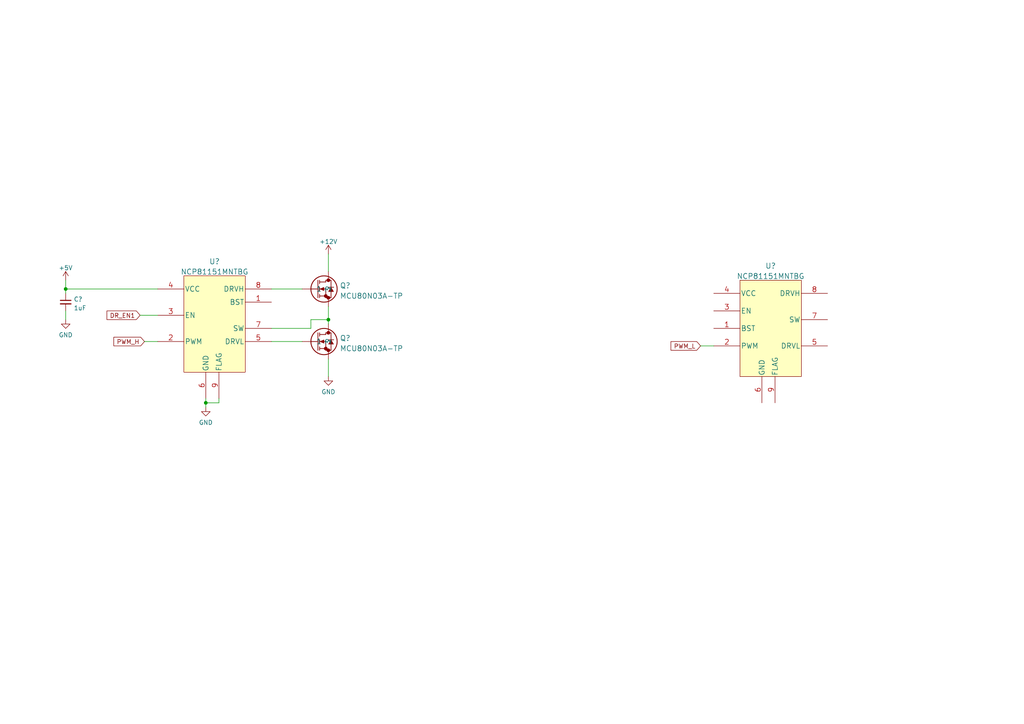
<source format=kicad_sch>
(kicad_sch (version 20211123) (generator eeschema)
  (paper "A4")
  (lib_symbols
    (symbol "Device:C_Small" (pin_numbers hide) (pin_names (offset 0.254) hide)
      (property "Reference" "C" (at 0.254 1.778 0))
      (property "Value" "C_Small" (at 0.254 -2.032 0))
      (symbol "C_Small_0_1"
        (polyline (pts (xy -1.524 -0.508) (xy 1.524 -0.508)) (stroke (width 0.3302)))
        (polyline (pts (xy -1.524 0.508) (xy 1.524 0.508)) (stroke (width 0.3048)))
      )
      (symbol "C_Small_1_1"
        (pin passive line (at 0 2.54 270) (length 2.032) (name "~") (number "1"))
        (pin passive line (at 0 -2.54 90) (length 2.032) (name "~") (number "2"))
      )
    )
    (symbol "NCP81151MNTBG_1" (pin_names (offset 0.254))
      (property "Reference" "U" (at 20.32 10.16 0))
      (property "Value" "NCP81151MNTBG_1" (at 20.32 7.62 0))
      (symbol "NCP81151MNTBG_1_1_1"
        (rectangle (start 7.62 3.81) (end 25.4 -24.13) (stroke (width 0.1524)) (fill (type background)))
        (pin unspecified line (at 33.02 -3.81 180) (length 7.62) (name "BST") (number "1"))
        (pin input line (at 0 -15.24 0) (length 7.62) (name "PWM") (number "2"))
        (pin input line (at 0 -7.62 0) (length 7.62) (name "EN") (number "3"))
        (pin power_in line (at 0 0 0) (length 7.62) (name "VCC") (number "4"))
        (pin output line (at 33.02 -15.24 180) (length 7.62) (name "DRVL") (number "5"))
        (pin power_in line (at 13.97 -31.75 90) (length 7.62) (name "GND") (number "6"))
        (pin unspecified line (at 33.02 -11.43 180) (length 7.62) (name "SW") (number "7"))
        (pin output line (at 33.02 0 180) (length 7.62) (name "DRVH") (number "8"))
        (pin unspecified line (at 17.78 -31.75 90) (length 7.62) (name "FLAG") (number "9"))
      )
    )
    (symbol "audio_amplifier:MCU80N03A-TP" (pin_numbers hide) (pin_names (offset 1.524))
      (property "Reference" "Q" (at 12.7 -1.27 0))
      (property "Value" "MCU80N03A-TP" (at 20.32 -3.81 0))
      (symbol "MCU80N03A-TP_1_1"
        (polyline (pts (xy 2.54 0) (xy 4.445 0)) (stroke (width 0.2032)))
        (polyline (pts (xy 4.572 -2.54) (xy 4.572 2.54)) (stroke (width 0.2032)))
        (polyline (pts (xy 5.08 -2.54) (xy 5.08 -1.524)) (stroke (width 0.2032)))
        (polyline (pts (xy 5.08 -2.032) (xy 6.858 -2.032)) (stroke (width 0.2032)))
        (polyline (pts (xy 5.08 -0.508) (xy 5.08 0.508)) (stroke (width 0.2032)))
        (polyline (pts (xy 5.08 1.524) (xy 5.08 2.54)) (stroke (width 0.2032)))
        (polyline (pts (xy 5.08 2.032) (xy 6.858 2.032)) (stroke (width 0.2032)))
        (polyline (pts (xy 6.35 0) (xy 6.858 0)) (stroke (width 0.2032)))
        (polyline (pts (xy 6.858 -2.54) (xy 6.858 0)) (stroke (width 0.2032)))
        (polyline (pts (xy 6.858 -2.54) (xy 8.382 -2.54)) (stroke (width 0.2032)))
        (polyline (pts (xy 6.858 2.032) (xy 6.858 2.54)) (stroke (width 0.2032)))
        (polyline (pts (xy 6.858 2.54) (xy 8.382 2.54)) (stroke (width 0.2032)))
        (polyline (pts (xy 8.382 -2.54) (xy 8.382 -0.762)) (stroke (width 0.2032)))
        (polyline (pts (xy 8.382 0.508) (xy 8.382 2.54)) (stroke (width 0.2032)))
        (polyline (pts (xy 9.144 0.508) (xy 7.62 0.508)) (stroke (width 0.2032)))
        (polyline (pts (xy 6.35 0.508) (xy 5.08 0) (xy 6.35 -0.508) (xy 6.35 0.508)) (stroke (width 0.0254)) (fill (type outline)))
        (polyline (pts (xy 9.144 -0.762) (xy 7.62 -0.762) (xy 8.382 0.508) (xy 9.144 -0.762)) (stroke (width 0.0254)) (fill (type outline)))
        (circle (center 6.35 0) (radius 3.81) (stroke (width 0.254)))
        (circle (center 6.858 -2.032) (radius 0.0254) (stroke (width 0.508)))
        (circle (center 7.62 -2.54) (radius 0.0254) (stroke (width 0.508)))
        (circle (center 7.62 2.54) (radius 0.0254) (stroke (width 0.508)))
        (pin unspecified line (at 0 0 0) (length 2.54) (name "1") (number "1"))
        (pin unspecified line (at 7.62 5.08 270) (length 2.54) (name "2") (number "2"))
        (pin unspecified line (at 7.62 -5.08 90) (length 2.54) (name "3") (number "3"))
      )
    )
    (symbol "audio_amplifier:NCP81151MNTBG" (pin_names (offset 0.254))
      (property "Reference" "U" (at 20.32 10.16 0))
      (property "Value" "NCP81151MNTBG" (at 20.32 7.62 0))
      (symbol "NCP81151MNTBG_1_1"
        (rectangle (start 7.62 3.81) (end 25.4 -24.13) (stroke (width 0.1524)) (fill (type background)))
        (pin unspecified line (at 0 -10.16 0) (length 7.62) (name "BST") (number "1"))
        (pin input line (at 0 -15.24 0) (length 7.62) (name "PWM") (number "2"))
        (pin input line (at 0 -5.08 0) (length 7.62) (name "EN") (number "3"))
        (pin power_in line (at 0 0 0) (length 7.62) (name "VCC") (number "4"))
        (pin output line (at 33.02 -15.24 180) (length 7.62) (name "DRVL") (number "5"))
        (pin power_in line (at 13.97 -31.75 90) (length 7.62) (name "GND") (number "6"))
        (pin unspecified line (at 33.02 -7.62 180) (length 7.62) (name "SW") (number "7"))
        (pin output line (at 33.02 0 180) (length 7.62) (name "DRVH") (number "8"))
        (pin unspecified line (at 17.78 -31.75 90) (length 7.62) (name "FLAG") (number "9"))
      )
    )
    (symbol "power:+12V" (power) (pin_names (offset 0))
      (property "Value" "+12V" (at 0 3.556 0))
      (symbol "+12V_0_1"
        (polyline (pts (xy -0.762 1.27) (xy 0 2.54)))
        (polyline (pts (xy 0 0) (xy 0 2.54)))
        (polyline (pts (xy 0 2.54) (xy 0.762 1.27)))
      )
      (symbol "+12V_1_1"
        (pin power_in line (at 0 0 90) (length 0) hide (name "+12V") (number "1"))
      )
    )
    (symbol "power:+5V" (power) (pin_names (offset 0))
      (property "Value" "+5V" (at 0 3.556 0))
      (symbol "+5V_0_1"
        (polyline (pts (xy -0.762 1.27) (xy 0 2.54)))
        (polyline (pts (xy 0 0) (xy 0 2.54)))
        (polyline (pts (xy 0 2.54) (xy 0.762 1.27)))
      )
      (symbol "+5V_1_1"
        (pin power_in line (at 0 0 90) (length 0) hide (name "+5V") (number "1"))
      )
    )
    (symbol "power:GND" (power) (pin_names (offset 0))
      (property "Value" "GND" (at 0 -3.81 0))
      (symbol "GND_0_1"
        (polyline (pts (xy 0 0) (xy 0 -1.27) (xy 1.27 -1.27) (xy 0 -2.54) (xy -1.27 -1.27) (xy 0 -1.27)))
      )
      (symbol "GND_1_1"
        (pin power_in line (at 0 0 270) (length 0) hide (name "GND") (number "1"))
      )
    )
  )
  (junction (at 59.69 116.84))
  (junction (at 95.25 92.71))
  (junction (at 19.05 83.82))
  (wire (pts (xy 95.25 88.9) (xy 95.25 92.71)))
  (wire (pts (xy 78.74 99.06) (xy 87.63 99.06)))
  (wire (pts (xy 203.2 100.33) (xy 207.01 100.33)))
  (wire (pts (xy 59.69 116.84) (xy 59.69 118.11)))
  (wire (pts (xy 95.25 92.71) (xy 95.25 93.98)))
  (wire (pts (xy 90.17 95.25) (xy 90.17 92.71)))
  (wire (pts (xy 19.05 90.17) (xy 19.05 92.71)))
  (wire (pts (xy 95.25 104.14) (xy 95.25 109.22)))
  (wire (pts (xy 19.05 83.82) (xy 45.72 83.82)))
  (wire (pts (xy 59.69 115.57) (xy 59.69 116.84)))
  (wire (pts (xy 78.74 83.82) (xy 87.63 83.82)))
  (wire (pts (xy 90.17 92.71) (xy 95.25 92.71)))
  (wire (pts (xy 19.05 81.28) (xy 19.05 83.82)))
  (wire (pts (xy 63.5 116.84) (xy 59.69 116.84)))
  (wire (pts (xy 41.91 99.06) (xy 45.72 99.06)))
  (wire (pts (xy 45.72 91.44) (xy 40.64 91.44)))
  (wire (pts (xy 19.05 83.82) (xy 19.05 85.09)))
  (wire (pts (xy 95.25 73.66) (xy 95.25 78.74)))
  (wire (pts (xy 63.5 115.57) (xy 63.5 116.84)))
  (wire (pts (xy 78.74 95.25) (xy 90.17 95.25)))
  (global_label "PWM_H" (shape input) (at 41.91 99.06 180) (property "Intersheet References" "${INTERSHEET_REFS}" (effects hide)))
  (global_label "DR_EN1" (shape input) (at 40.64 91.44 180) (property "Intersheet References" "${INTERSHEET_REFS}" (effects hide)))
  (global_label "PWM_L" (shape input) (at 203.2 100.33 180) (property "Intersheet References" "${INTERSHEET_REFS}" (effects hide)))
  (symbol (lib_id "Device:C_Small") (at 19.05 87.63 0) (unit 1)
    (property "Reference" "C?" (at 21.3741 86.8016 0) (effects (justify left)))
    (property "Value" "1uF" (at 21.3741 89.3385 0) (effects (justify left)))
  )
  (symbol (lib_id "power:GND") (at 19.05 92.71 0) (unit 1)
    (property "Reference" "#PWR?" (effects hide))
    (property "Value" "GND" (at 19.05 97.1534 0))
  )
  (symbol (lib_id "power:GND") (at 95.25 109.22 0) (unit 1)
    (property "Reference" "#PWR?" (effects hide))
    (property "Value" "GND" (at 95.25 113.6634 0))
  )
  (symbol (lib_id "power:+5V") (at 19.05 81.28 0) (unit 1)
    (property "Reference" "#PWR?" (effects hide))
    (property "Value" "+5V" (at 19.05 77.7042 0))
  )
  (symbol (lib_id "audio_amplifier:MCU80N03A-TP") (at 87.63 83.82 0) (unit 1)
    (property "Reference" "Q?" (at 98.552 82.8438 0) (effects (font (size 1.524 1.524)) (justify left)))
    (property "Value" "MCU80N03A-TP" (at 98.552 85.8372 0) (effects (font (size 1.524 1.524)) (justify left)))
    (property "Footprint" "audio_amplifier:MCU80N03A-TP" (effects hide))
    (property "Datasheet" "https://www.mccsemi.com/pdf/Products/MCU80N03A(DPAK).pdf" (effects hide))
  )
  (symbol (lib_name "NCP81151MNTBG_1") (lib_id "audio_amplifier:NCP81151MNTBG") (at 45.72 83.82 0) (unit 1)
    (property "Reference" "U?" (at 62.23 75.8497 0) (effects (font (size 1.524 1.524))))
    (property "Value" "NCP81151MNTBG" (at 62.23 78.8431 0) (effects (font (size 1.524 1.524))))
    (property "Footprint" "audio_amplifier:NCP81151MNTBG" (effects hide))
    (property "Datasheet" "https://www.onsemi.com/pdf/datasheet/ncp81151-d.pdf" (effects hide))
  )
  (symbol (lib_id "power:+12V") (at 95.25 73.66 0) (unit 1)
    (property "Reference" "#PWR?" (effects hide))
    (property "Value" "+12V" (at 95.25 70.0842 0))
  )
  (symbol (lib_id "audio_amplifier:MCU80N03A-TP") (at 87.63 99.06 0) (unit 1)
    (property "Reference" "Q?" (at 98.552 98.0838 0) (effects (font (size 1.524 1.524)) (justify left)))
    (property "Value" "MCU80N03A-TP" (at 98.552 101.0772 0) (effects (font (size 1.524 1.524)) (justify left)))
    (property "Footprint" "audio_amplifier:MCU80N03A-TP" (effects hide))
    (property "Datasheet" "https://www.mccsemi.com/pdf/Products/MCU80N03A(DPAK).pdf" (effects hide))
  )
  (symbol (lib_id "power:GND") (at 59.69 118.11 0) (unit 1)
    (property "Reference" "#PWR?" (effects hide))
    (property "Value" "GND" (at 59.69 122.5534 0))
  )
  (symbol (lib_id "audio_amplifier:NCP81151MNTBG") (at 207.01 85.09 0) (unit 1)
    (property "Reference" "U?" (at 223.52 77.1197 0) (effects (font (size 1.524 1.524))))
    (property "Value" "NCP81151MNTBG" (at 223.52 80.1131 0) (effects (font (size 1.524 1.524))))
    (property "Footprint" "audio_amplifier:NCP81151MNTBG" (effects hide))
    (property "Datasheet" "https://www.onsemi.com/pdf/datasheet/ncp81151-d.pdf" (effects hide))
  )
)
</source>
